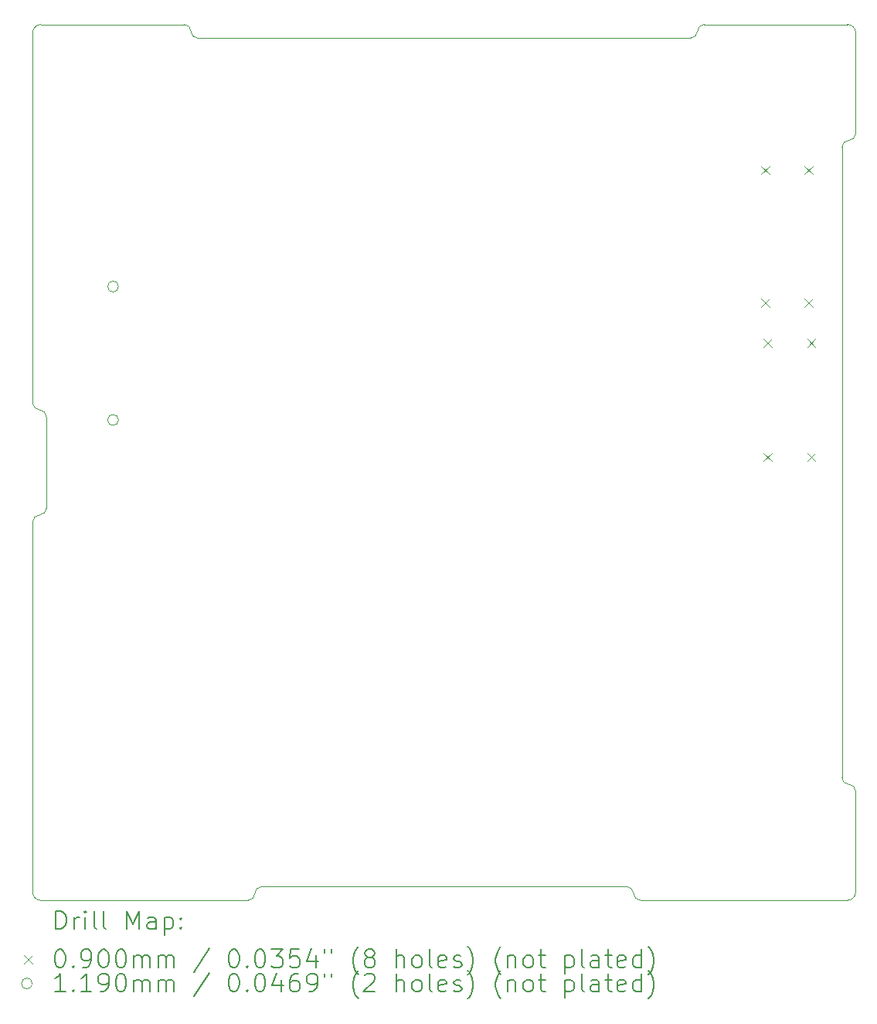
<source format=gbr>
%TF.GenerationSoftware,KiCad,Pcbnew,6.0.7-f9a2dced07~116~ubuntu20.04.1*%
%TF.CreationDate,2022-10-11T04:26:58+03:00*%
%TF.ProjectId,obc-adcs-board,6f62632d-6164-4637-932d-626f6172642e,rev?*%
%TF.SameCoordinates,PX3e2df80PY83e4a60*%
%TF.FileFunction,Drillmap*%
%TF.FilePolarity,Positive*%
%FSLAX45Y45*%
G04 Gerber Fmt 4.5, Leading zero omitted, Abs format (unit mm)*
G04 Created by KiCad (PCBNEW 6.0.7-f9a2dced07~116~ubuntu20.04.1) date 2022-10-11 04:26:58*
%MOMM*%
%LPD*%
G01*
G04 APERTURE LIST*
%ADD10C,0.100000*%
%ADD11C,0.200000*%
%ADD12C,0.090000*%
%ADD13C,0.119000*%
G04 APERTURE END LIST*
D10*
X160000Y4306500D02*
X160000Y5306500D01*
X6668500Y12000D02*
X8937000Y12000D01*
X85000Y4231500D02*
G75*
G03*
X10000Y4156500I0J-75000D01*
G01*
X6593500Y87000D02*
G75*
G03*
X6518500Y162000I-75000J0D01*
G01*
X7218500Y9451000D02*
G75*
G03*
X7293500Y9526000I0J75000D01*
G01*
X9027000Y1206500D02*
X9027000Y102000D01*
X85000Y4231500D02*
G75*
G03*
X160000Y4306500I0J75000D01*
G01*
X2518500Y162000D02*
G75*
G03*
X2443500Y87000I0J-75000D01*
G01*
X1818500Y9451000D02*
X7218500Y9451000D01*
X10000Y4156500D02*
X10000Y101000D01*
X7368500Y9601000D02*
G75*
G03*
X7293500Y9526000I0J-75000D01*
G01*
X100000Y9601000D02*
G75*
G03*
X10000Y9511000I0J-90000D01*
G01*
X10000Y101000D02*
G75*
G03*
X100000Y11000I90000J0D01*
G01*
X8877000Y1356500D02*
X8877000Y8256500D01*
X9027000Y1206500D02*
G75*
G03*
X8952000Y1281500I-75000J0D01*
G01*
X8952000Y8331500D02*
G75*
G03*
X8877000Y8256500I0J-75000D01*
G01*
X8877000Y1356500D02*
G75*
G03*
X8952000Y1281500I75000J0D01*
G01*
X2518500Y162000D02*
X6518500Y162000D01*
X7368500Y9601000D02*
X8937000Y9601000D01*
X8952000Y8331500D02*
G75*
G03*
X9027000Y8406500I0J75000D01*
G01*
X8937000Y12000D02*
G75*
G03*
X9027000Y102000I0J90000D01*
G01*
X160000Y5306500D02*
G75*
G03*
X85000Y5381500I-75000J0D01*
G01*
X2368500Y12000D02*
G75*
G03*
X2443500Y87000I0J75000D01*
G01*
X9027000Y9511000D02*
G75*
G03*
X8937000Y9601000I-90000J0D01*
G01*
X1743500Y9526000D02*
G75*
G03*
X1818500Y9451000I75000J0D01*
G01*
X10000Y5456500D02*
G75*
G03*
X85000Y5381500I75000J0D01*
G01*
X100000Y9601000D02*
X1668500Y9601000D01*
X9027000Y9511000D02*
X9027000Y8406500D01*
X10000Y9511000D02*
X10000Y5456500D01*
X1743500Y9526000D02*
G75*
G03*
X1668500Y9601000I-75000J0D01*
G01*
X2368500Y12000D02*
X100000Y11000D01*
X6593500Y87000D02*
G75*
G03*
X6668500Y12000I75000J0D01*
G01*
D11*
D12*
X7990000Y8050000D02*
X8080000Y7960000D01*
X8080000Y8050000D02*
X7990000Y7960000D01*
X7990000Y6600000D02*
X8080000Y6510000D01*
X8080000Y6600000D02*
X7990000Y6510000D01*
X8020000Y6160000D02*
X8110000Y6070000D01*
X8110000Y6160000D02*
X8020000Y6070000D01*
X8020000Y4910000D02*
X8110000Y4820000D01*
X8110000Y4910000D02*
X8020000Y4820000D01*
X8465000Y8050000D02*
X8555000Y7960000D01*
X8555000Y8050000D02*
X8465000Y7960000D01*
X8465000Y6600000D02*
X8555000Y6510000D01*
X8555000Y6600000D02*
X8465000Y6510000D01*
X8495000Y6160000D02*
X8585000Y6070000D01*
X8585000Y6160000D02*
X8495000Y6070000D01*
X8495000Y4910000D02*
X8585000Y4820000D01*
X8585000Y4910000D02*
X8495000Y4820000D01*
D13*
X949500Y6731750D02*
G75*
G03*
X949500Y6731750I-59500J0D01*
G01*
X949500Y5270750D02*
G75*
G03*
X949500Y5270750I-59500J0D01*
G01*
D11*
X262619Y-304476D02*
X262619Y-104476D01*
X310238Y-104476D01*
X338810Y-114000D01*
X357857Y-133048D01*
X367381Y-152095D01*
X376905Y-190190D01*
X376905Y-218762D01*
X367381Y-256857D01*
X357857Y-275905D01*
X338810Y-294952D01*
X310238Y-304476D01*
X262619Y-304476D01*
X462619Y-304476D02*
X462619Y-171143D01*
X462619Y-209238D02*
X472143Y-190190D01*
X481667Y-180667D01*
X500714Y-171143D01*
X519762Y-171143D01*
X586429Y-304476D02*
X586429Y-171143D01*
X586429Y-104476D02*
X576905Y-114000D01*
X586429Y-123524D01*
X595952Y-114000D01*
X586429Y-104476D01*
X586429Y-123524D01*
X710238Y-304476D02*
X691190Y-294952D01*
X681667Y-275905D01*
X681667Y-104476D01*
X815000Y-304476D02*
X795952Y-294952D01*
X786428Y-275905D01*
X786428Y-104476D01*
X1043571Y-304476D02*
X1043571Y-104476D01*
X1110238Y-247333D01*
X1176905Y-104476D01*
X1176905Y-304476D01*
X1357857Y-304476D02*
X1357857Y-199714D01*
X1348333Y-180667D01*
X1329286Y-171143D01*
X1291190Y-171143D01*
X1272143Y-180667D01*
X1357857Y-294952D02*
X1338810Y-304476D01*
X1291190Y-304476D01*
X1272143Y-294952D01*
X1262619Y-275905D01*
X1262619Y-256857D01*
X1272143Y-237809D01*
X1291190Y-228286D01*
X1338810Y-228286D01*
X1357857Y-218762D01*
X1453095Y-171143D02*
X1453095Y-371143D01*
X1453095Y-180667D02*
X1472143Y-171143D01*
X1510238Y-171143D01*
X1529286Y-180667D01*
X1538809Y-190190D01*
X1548333Y-209238D01*
X1548333Y-266381D01*
X1538809Y-285429D01*
X1529286Y-294952D01*
X1510238Y-304476D01*
X1472143Y-304476D01*
X1453095Y-294952D01*
X1634048Y-285429D02*
X1643571Y-294952D01*
X1634048Y-304476D01*
X1624524Y-294952D01*
X1634048Y-285429D01*
X1634048Y-304476D01*
X1634048Y-180667D02*
X1643571Y-190190D01*
X1634048Y-199714D01*
X1624524Y-190190D01*
X1634048Y-180667D01*
X1634048Y-199714D01*
D12*
X-85000Y-589000D02*
X5000Y-679000D01*
X5000Y-589000D02*
X-85000Y-679000D01*
D11*
X300714Y-524476D02*
X319762Y-524476D01*
X338810Y-534000D01*
X348333Y-543524D01*
X357857Y-562571D01*
X367381Y-600667D01*
X367381Y-648286D01*
X357857Y-686381D01*
X348333Y-705428D01*
X338810Y-714952D01*
X319762Y-724476D01*
X300714Y-724476D01*
X281667Y-714952D01*
X272143Y-705428D01*
X262619Y-686381D01*
X253095Y-648286D01*
X253095Y-600667D01*
X262619Y-562571D01*
X272143Y-543524D01*
X281667Y-534000D01*
X300714Y-524476D01*
X453095Y-705428D02*
X462619Y-714952D01*
X453095Y-724476D01*
X443571Y-714952D01*
X453095Y-705428D01*
X453095Y-724476D01*
X557857Y-724476D02*
X595952Y-724476D01*
X615000Y-714952D01*
X624524Y-705428D01*
X643571Y-676857D01*
X653095Y-638762D01*
X653095Y-562571D01*
X643571Y-543524D01*
X634048Y-534000D01*
X615000Y-524476D01*
X576905Y-524476D01*
X557857Y-534000D01*
X548333Y-543524D01*
X538810Y-562571D01*
X538810Y-610190D01*
X548333Y-629238D01*
X557857Y-638762D01*
X576905Y-648286D01*
X615000Y-648286D01*
X634048Y-638762D01*
X643571Y-629238D01*
X653095Y-610190D01*
X776905Y-524476D02*
X795952Y-524476D01*
X815000Y-534000D01*
X824524Y-543524D01*
X834048Y-562571D01*
X843571Y-600667D01*
X843571Y-648286D01*
X834048Y-686381D01*
X824524Y-705428D01*
X815000Y-714952D01*
X795952Y-724476D01*
X776905Y-724476D01*
X757857Y-714952D01*
X748333Y-705428D01*
X738809Y-686381D01*
X729286Y-648286D01*
X729286Y-600667D01*
X738809Y-562571D01*
X748333Y-543524D01*
X757857Y-534000D01*
X776905Y-524476D01*
X967381Y-524476D02*
X986428Y-524476D01*
X1005476Y-534000D01*
X1015000Y-543524D01*
X1024524Y-562571D01*
X1034048Y-600667D01*
X1034048Y-648286D01*
X1024524Y-686381D01*
X1015000Y-705428D01*
X1005476Y-714952D01*
X986428Y-724476D01*
X967381Y-724476D01*
X948333Y-714952D01*
X938809Y-705428D01*
X929286Y-686381D01*
X919762Y-648286D01*
X919762Y-600667D01*
X929286Y-562571D01*
X938809Y-543524D01*
X948333Y-534000D01*
X967381Y-524476D01*
X1119762Y-724476D02*
X1119762Y-591143D01*
X1119762Y-610190D02*
X1129286Y-600667D01*
X1148333Y-591143D01*
X1176905Y-591143D01*
X1195952Y-600667D01*
X1205476Y-619714D01*
X1205476Y-724476D01*
X1205476Y-619714D02*
X1215000Y-600667D01*
X1234048Y-591143D01*
X1262619Y-591143D01*
X1281667Y-600667D01*
X1291190Y-619714D01*
X1291190Y-724476D01*
X1386429Y-724476D02*
X1386429Y-591143D01*
X1386429Y-610190D02*
X1395952Y-600667D01*
X1415000Y-591143D01*
X1443571Y-591143D01*
X1462619Y-600667D01*
X1472143Y-619714D01*
X1472143Y-724476D01*
X1472143Y-619714D02*
X1481667Y-600667D01*
X1500714Y-591143D01*
X1529286Y-591143D01*
X1548333Y-600667D01*
X1557857Y-619714D01*
X1557857Y-724476D01*
X1948333Y-514952D02*
X1776905Y-772095D01*
X2205476Y-524476D02*
X2224524Y-524476D01*
X2243571Y-534000D01*
X2253095Y-543524D01*
X2262619Y-562571D01*
X2272143Y-600667D01*
X2272143Y-648286D01*
X2262619Y-686381D01*
X2253095Y-705428D01*
X2243571Y-714952D01*
X2224524Y-724476D01*
X2205476Y-724476D01*
X2186429Y-714952D01*
X2176905Y-705428D01*
X2167381Y-686381D01*
X2157857Y-648286D01*
X2157857Y-600667D01*
X2167381Y-562571D01*
X2176905Y-543524D01*
X2186429Y-534000D01*
X2205476Y-524476D01*
X2357857Y-705428D02*
X2367381Y-714952D01*
X2357857Y-724476D01*
X2348333Y-714952D01*
X2357857Y-705428D01*
X2357857Y-724476D01*
X2491190Y-524476D02*
X2510238Y-524476D01*
X2529286Y-534000D01*
X2538810Y-543524D01*
X2548333Y-562571D01*
X2557857Y-600667D01*
X2557857Y-648286D01*
X2548333Y-686381D01*
X2538810Y-705428D01*
X2529286Y-714952D01*
X2510238Y-724476D01*
X2491190Y-724476D01*
X2472143Y-714952D01*
X2462619Y-705428D01*
X2453095Y-686381D01*
X2443571Y-648286D01*
X2443571Y-600667D01*
X2453095Y-562571D01*
X2462619Y-543524D01*
X2472143Y-534000D01*
X2491190Y-524476D01*
X2624524Y-524476D02*
X2748333Y-524476D01*
X2681667Y-600667D01*
X2710238Y-600667D01*
X2729286Y-610190D01*
X2738810Y-619714D01*
X2748333Y-638762D01*
X2748333Y-686381D01*
X2738810Y-705428D01*
X2729286Y-714952D01*
X2710238Y-724476D01*
X2653095Y-724476D01*
X2634048Y-714952D01*
X2624524Y-705428D01*
X2929286Y-524476D02*
X2834048Y-524476D01*
X2824524Y-619714D01*
X2834048Y-610190D01*
X2853095Y-600667D01*
X2900714Y-600667D01*
X2919762Y-610190D01*
X2929286Y-619714D01*
X2938809Y-638762D01*
X2938809Y-686381D01*
X2929286Y-705428D01*
X2919762Y-714952D01*
X2900714Y-724476D01*
X2853095Y-724476D01*
X2834048Y-714952D01*
X2824524Y-705428D01*
X3110238Y-591143D02*
X3110238Y-724476D01*
X3062619Y-514952D02*
X3015000Y-657810D01*
X3138809Y-657810D01*
X3205476Y-524476D02*
X3205476Y-562571D01*
X3281667Y-524476D02*
X3281667Y-562571D01*
X3576905Y-800667D02*
X3567381Y-791143D01*
X3548333Y-762571D01*
X3538809Y-743524D01*
X3529286Y-714952D01*
X3519762Y-667333D01*
X3519762Y-629238D01*
X3529286Y-581619D01*
X3538809Y-553048D01*
X3548333Y-534000D01*
X3567381Y-505428D01*
X3576905Y-495905D01*
X3681667Y-610190D02*
X3662619Y-600667D01*
X3653095Y-591143D01*
X3643571Y-572095D01*
X3643571Y-562571D01*
X3653095Y-543524D01*
X3662619Y-534000D01*
X3681667Y-524476D01*
X3719762Y-524476D01*
X3738809Y-534000D01*
X3748333Y-543524D01*
X3757857Y-562571D01*
X3757857Y-572095D01*
X3748333Y-591143D01*
X3738809Y-600667D01*
X3719762Y-610190D01*
X3681667Y-610190D01*
X3662619Y-619714D01*
X3653095Y-629238D01*
X3643571Y-648286D01*
X3643571Y-686381D01*
X3653095Y-705428D01*
X3662619Y-714952D01*
X3681667Y-724476D01*
X3719762Y-724476D01*
X3738809Y-714952D01*
X3748333Y-705428D01*
X3757857Y-686381D01*
X3757857Y-648286D01*
X3748333Y-629238D01*
X3738809Y-619714D01*
X3719762Y-610190D01*
X3995952Y-724476D02*
X3995952Y-524476D01*
X4081667Y-724476D02*
X4081667Y-619714D01*
X4072143Y-600667D01*
X4053095Y-591143D01*
X4024524Y-591143D01*
X4005476Y-600667D01*
X3995952Y-610190D01*
X4205476Y-724476D02*
X4186428Y-714952D01*
X4176905Y-705428D01*
X4167381Y-686381D01*
X4167381Y-629238D01*
X4176905Y-610190D01*
X4186428Y-600667D01*
X4205476Y-591143D01*
X4234048Y-591143D01*
X4253095Y-600667D01*
X4262619Y-610190D01*
X4272143Y-629238D01*
X4272143Y-686381D01*
X4262619Y-705428D01*
X4253095Y-714952D01*
X4234048Y-724476D01*
X4205476Y-724476D01*
X4386429Y-724476D02*
X4367381Y-714952D01*
X4357857Y-695905D01*
X4357857Y-524476D01*
X4538810Y-714952D02*
X4519762Y-724476D01*
X4481667Y-724476D01*
X4462619Y-714952D01*
X4453095Y-695905D01*
X4453095Y-619714D01*
X4462619Y-600667D01*
X4481667Y-591143D01*
X4519762Y-591143D01*
X4538810Y-600667D01*
X4548333Y-619714D01*
X4548333Y-638762D01*
X4453095Y-657810D01*
X4624524Y-714952D02*
X4643571Y-724476D01*
X4681667Y-724476D01*
X4700714Y-714952D01*
X4710238Y-695905D01*
X4710238Y-686381D01*
X4700714Y-667333D01*
X4681667Y-657810D01*
X4653095Y-657810D01*
X4634048Y-648286D01*
X4624524Y-629238D01*
X4624524Y-619714D01*
X4634048Y-600667D01*
X4653095Y-591143D01*
X4681667Y-591143D01*
X4700714Y-600667D01*
X4776905Y-800667D02*
X4786429Y-791143D01*
X4805476Y-762571D01*
X4815000Y-743524D01*
X4824524Y-714952D01*
X4834048Y-667333D01*
X4834048Y-629238D01*
X4824524Y-581619D01*
X4815000Y-553048D01*
X4805476Y-534000D01*
X4786429Y-505428D01*
X4776905Y-495905D01*
X5138810Y-800667D02*
X5129286Y-791143D01*
X5110238Y-762571D01*
X5100714Y-743524D01*
X5091190Y-714952D01*
X5081667Y-667333D01*
X5081667Y-629238D01*
X5091190Y-581619D01*
X5100714Y-553048D01*
X5110238Y-534000D01*
X5129286Y-505428D01*
X5138810Y-495905D01*
X5215000Y-591143D02*
X5215000Y-724476D01*
X5215000Y-610190D02*
X5224524Y-600667D01*
X5243571Y-591143D01*
X5272143Y-591143D01*
X5291190Y-600667D01*
X5300714Y-619714D01*
X5300714Y-724476D01*
X5424524Y-724476D02*
X5405476Y-714952D01*
X5395952Y-705428D01*
X5386429Y-686381D01*
X5386429Y-629238D01*
X5395952Y-610190D01*
X5405476Y-600667D01*
X5424524Y-591143D01*
X5453095Y-591143D01*
X5472143Y-600667D01*
X5481667Y-610190D01*
X5491190Y-629238D01*
X5491190Y-686381D01*
X5481667Y-705428D01*
X5472143Y-714952D01*
X5453095Y-724476D01*
X5424524Y-724476D01*
X5548333Y-591143D02*
X5624524Y-591143D01*
X5576905Y-524476D02*
X5576905Y-695905D01*
X5586429Y-714952D01*
X5605476Y-724476D01*
X5624524Y-724476D01*
X5843571Y-591143D02*
X5843571Y-791143D01*
X5843571Y-600667D02*
X5862619Y-591143D01*
X5900714Y-591143D01*
X5919762Y-600667D01*
X5929286Y-610190D01*
X5938809Y-629238D01*
X5938809Y-686381D01*
X5929286Y-705428D01*
X5919762Y-714952D01*
X5900714Y-724476D01*
X5862619Y-724476D01*
X5843571Y-714952D01*
X6053095Y-724476D02*
X6034048Y-714952D01*
X6024524Y-695905D01*
X6024524Y-524476D01*
X6215000Y-724476D02*
X6215000Y-619714D01*
X6205476Y-600667D01*
X6186428Y-591143D01*
X6148333Y-591143D01*
X6129286Y-600667D01*
X6215000Y-714952D02*
X6195952Y-724476D01*
X6148333Y-724476D01*
X6129286Y-714952D01*
X6119762Y-695905D01*
X6119762Y-676857D01*
X6129286Y-657810D01*
X6148333Y-648286D01*
X6195952Y-648286D01*
X6215000Y-638762D01*
X6281667Y-591143D02*
X6357857Y-591143D01*
X6310238Y-524476D02*
X6310238Y-695905D01*
X6319762Y-714952D01*
X6338809Y-724476D01*
X6357857Y-724476D01*
X6500714Y-714952D02*
X6481667Y-724476D01*
X6443571Y-724476D01*
X6424524Y-714952D01*
X6415000Y-695905D01*
X6415000Y-619714D01*
X6424524Y-600667D01*
X6443571Y-591143D01*
X6481667Y-591143D01*
X6500714Y-600667D01*
X6510238Y-619714D01*
X6510238Y-638762D01*
X6415000Y-657810D01*
X6681667Y-724476D02*
X6681667Y-524476D01*
X6681667Y-714952D02*
X6662619Y-724476D01*
X6624524Y-724476D01*
X6605476Y-714952D01*
X6595952Y-705428D01*
X6586428Y-686381D01*
X6586428Y-629238D01*
X6595952Y-610190D01*
X6605476Y-600667D01*
X6624524Y-591143D01*
X6662619Y-591143D01*
X6681667Y-600667D01*
X6757857Y-800667D02*
X6767381Y-791143D01*
X6786428Y-762571D01*
X6795952Y-743524D01*
X6805476Y-714952D01*
X6815000Y-667333D01*
X6815000Y-629238D01*
X6805476Y-581619D01*
X6795952Y-553048D01*
X6786428Y-534000D01*
X6767381Y-505428D01*
X6757857Y-495905D01*
D13*
X5000Y-898000D02*
G75*
G03*
X5000Y-898000I-59500J0D01*
G01*
D11*
X367381Y-988476D02*
X253095Y-988476D01*
X310238Y-988476D02*
X310238Y-788476D01*
X291190Y-817048D01*
X272143Y-836095D01*
X253095Y-845619D01*
X453095Y-969428D02*
X462619Y-978952D01*
X453095Y-988476D01*
X443571Y-978952D01*
X453095Y-969428D01*
X453095Y-988476D01*
X653095Y-988476D02*
X538810Y-988476D01*
X595952Y-988476D02*
X595952Y-788476D01*
X576905Y-817048D01*
X557857Y-836095D01*
X538810Y-845619D01*
X748333Y-988476D02*
X786428Y-988476D01*
X805476Y-978952D01*
X815000Y-969428D01*
X834048Y-940857D01*
X843571Y-902762D01*
X843571Y-826571D01*
X834048Y-807524D01*
X824524Y-798000D01*
X805476Y-788476D01*
X767381Y-788476D01*
X748333Y-798000D01*
X738809Y-807524D01*
X729286Y-826571D01*
X729286Y-874190D01*
X738809Y-893238D01*
X748333Y-902762D01*
X767381Y-912286D01*
X805476Y-912286D01*
X824524Y-902762D01*
X834048Y-893238D01*
X843571Y-874190D01*
X967381Y-788476D02*
X986428Y-788476D01*
X1005476Y-798000D01*
X1015000Y-807524D01*
X1024524Y-826571D01*
X1034048Y-864667D01*
X1034048Y-912286D01*
X1024524Y-950381D01*
X1015000Y-969428D01*
X1005476Y-978952D01*
X986428Y-988476D01*
X967381Y-988476D01*
X948333Y-978952D01*
X938809Y-969428D01*
X929286Y-950381D01*
X919762Y-912286D01*
X919762Y-864667D01*
X929286Y-826571D01*
X938809Y-807524D01*
X948333Y-798000D01*
X967381Y-788476D01*
X1119762Y-988476D02*
X1119762Y-855143D01*
X1119762Y-874190D02*
X1129286Y-864667D01*
X1148333Y-855143D01*
X1176905Y-855143D01*
X1195952Y-864667D01*
X1205476Y-883714D01*
X1205476Y-988476D01*
X1205476Y-883714D02*
X1215000Y-864667D01*
X1234048Y-855143D01*
X1262619Y-855143D01*
X1281667Y-864667D01*
X1291190Y-883714D01*
X1291190Y-988476D01*
X1386429Y-988476D02*
X1386429Y-855143D01*
X1386429Y-874190D02*
X1395952Y-864667D01*
X1415000Y-855143D01*
X1443571Y-855143D01*
X1462619Y-864667D01*
X1472143Y-883714D01*
X1472143Y-988476D01*
X1472143Y-883714D02*
X1481667Y-864667D01*
X1500714Y-855143D01*
X1529286Y-855143D01*
X1548333Y-864667D01*
X1557857Y-883714D01*
X1557857Y-988476D01*
X1948333Y-778952D02*
X1776905Y-1036095D01*
X2205476Y-788476D02*
X2224524Y-788476D01*
X2243571Y-798000D01*
X2253095Y-807524D01*
X2262619Y-826571D01*
X2272143Y-864667D01*
X2272143Y-912286D01*
X2262619Y-950381D01*
X2253095Y-969428D01*
X2243571Y-978952D01*
X2224524Y-988476D01*
X2205476Y-988476D01*
X2186429Y-978952D01*
X2176905Y-969428D01*
X2167381Y-950381D01*
X2157857Y-912286D01*
X2157857Y-864667D01*
X2167381Y-826571D01*
X2176905Y-807524D01*
X2186429Y-798000D01*
X2205476Y-788476D01*
X2357857Y-969428D02*
X2367381Y-978952D01*
X2357857Y-988476D01*
X2348333Y-978952D01*
X2357857Y-969428D01*
X2357857Y-988476D01*
X2491190Y-788476D02*
X2510238Y-788476D01*
X2529286Y-798000D01*
X2538810Y-807524D01*
X2548333Y-826571D01*
X2557857Y-864667D01*
X2557857Y-912286D01*
X2548333Y-950381D01*
X2538810Y-969428D01*
X2529286Y-978952D01*
X2510238Y-988476D01*
X2491190Y-988476D01*
X2472143Y-978952D01*
X2462619Y-969428D01*
X2453095Y-950381D01*
X2443571Y-912286D01*
X2443571Y-864667D01*
X2453095Y-826571D01*
X2462619Y-807524D01*
X2472143Y-798000D01*
X2491190Y-788476D01*
X2729286Y-855143D02*
X2729286Y-988476D01*
X2681667Y-778952D02*
X2634048Y-921809D01*
X2757857Y-921809D01*
X2919762Y-788476D02*
X2881667Y-788476D01*
X2862619Y-798000D01*
X2853095Y-807524D01*
X2834048Y-836095D01*
X2824524Y-874190D01*
X2824524Y-950381D01*
X2834048Y-969428D01*
X2843571Y-978952D01*
X2862619Y-988476D01*
X2900714Y-988476D01*
X2919762Y-978952D01*
X2929286Y-969428D01*
X2938809Y-950381D01*
X2938809Y-902762D01*
X2929286Y-883714D01*
X2919762Y-874190D01*
X2900714Y-864667D01*
X2862619Y-864667D01*
X2843571Y-874190D01*
X2834048Y-883714D01*
X2824524Y-902762D01*
X3034048Y-988476D02*
X3072143Y-988476D01*
X3091190Y-978952D01*
X3100714Y-969428D01*
X3119762Y-940857D01*
X3129286Y-902762D01*
X3129286Y-826571D01*
X3119762Y-807524D01*
X3110238Y-798000D01*
X3091190Y-788476D01*
X3053095Y-788476D01*
X3034048Y-798000D01*
X3024524Y-807524D01*
X3015000Y-826571D01*
X3015000Y-874190D01*
X3024524Y-893238D01*
X3034048Y-902762D01*
X3053095Y-912286D01*
X3091190Y-912286D01*
X3110238Y-902762D01*
X3119762Y-893238D01*
X3129286Y-874190D01*
X3205476Y-788476D02*
X3205476Y-826571D01*
X3281667Y-788476D02*
X3281667Y-826571D01*
X3576905Y-1064667D02*
X3567381Y-1055143D01*
X3548333Y-1026571D01*
X3538809Y-1007524D01*
X3529286Y-978952D01*
X3519762Y-931333D01*
X3519762Y-893238D01*
X3529286Y-845619D01*
X3538809Y-817048D01*
X3548333Y-798000D01*
X3567381Y-769428D01*
X3576905Y-759905D01*
X3643571Y-807524D02*
X3653095Y-798000D01*
X3672143Y-788476D01*
X3719762Y-788476D01*
X3738809Y-798000D01*
X3748333Y-807524D01*
X3757857Y-826571D01*
X3757857Y-845619D01*
X3748333Y-874190D01*
X3634048Y-988476D01*
X3757857Y-988476D01*
X3995952Y-988476D02*
X3995952Y-788476D01*
X4081667Y-988476D02*
X4081667Y-883714D01*
X4072143Y-864667D01*
X4053095Y-855143D01*
X4024524Y-855143D01*
X4005476Y-864667D01*
X3995952Y-874190D01*
X4205476Y-988476D02*
X4186428Y-978952D01*
X4176905Y-969428D01*
X4167381Y-950381D01*
X4167381Y-893238D01*
X4176905Y-874190D01*
X4186428Y-864667D01*
X4205476Y-855143D01*
X4234048Y-855143D01*
X4253095Y-864667D01*
X4262619Y-874190D01*
X4272143Y-893238D01*
X4272143Y-950381D01*
X4262619Y-969428D01*
X4253095Y-978952D01*
X4234048Y-988476D01*
X4205476Y-988476D01*
X4386429Y-988476D02*
X4367381Y-978952D01*
X4357857Y-959905D01*
X4357857Y-788476D01*
X4538810Y-978952D02*
X4519762Y-988476D01*
X4481667Y-988476D01*
X4462619Y-978952D01*
X4453095Y-959905D01*
X4453095Y-883714D01*
X4462619Y-864667D01*
X4481667Y-855143D01*
X4519762Y-855143D01*
X4538810Y-864667D01*
X4548333Y-883714D01*
X4548333Y-902762D01*
X4453095Y-921809D01*
X4624524Y-978952D02*
X4643571Y-988476D01*
X4681667Y-988476D01*
X4700714Y-978952D01*
X4710238Y-959905D01*
X4710238Y-950381D01*
X4700714Y-931333D01*
X4681667Y-921809D01*
X4653095Y-921809D01*
X4634048Y-912286D01*
X4624524Y-893238D01*
X4624524Y-883714D01*
X4634048Y-864667D01*
X4653095Y-855143D01*
X4681667Y-855143D01*
X4700714Y-864667D01*
X4776905Y-1064667D02*
X4786429Y-1055143D01*
X4805476Y-1026571D01*
X4815000Y-1007524D01*
X4824524Y-978952D01*
X4834048Y-931333D01*
X4834048Y-893238D01*
X4824524Y-845619D01*
X4815000Y-817048D01*
X4805476Y-798000D01*
X4786429Y-769428D01*
X4776905Y-759905D01*
X5138810Y-1064667D02*
X5129286Y-1055143D01*
X5110238Y-1026571D01*
X5100714Y-1007524D01*
X5091190Y-978952D01*
X5081667Y-931333D01*
X5081667Y-893238D01*
X5091190Y-845619D01*
X5100714Y-817048D01*
X5110238Y-798000D01*
X5129286Y-769428D01*
X5138810Y-759905D01*
X5215000Y-855143D02*
X5215000Y-988476D01*
X5215000Y-874190D02*
X5224524Y-864667D01*
X5243571Y-855143D01*
X5272143Y-855143D01*
X5291190Y-864667D01*
X5300714Y-883714D01*
X5300714Y-988476D01*
X5424524Y-988476D02*
X5405476Y-978952D01*
X5395952Y-969428D01*
X5386429Y-950381D01*
X5386429Y-893238D01*
X5395952Y-874190D01*
X5405476Y-864667D01*
X5424524Y-855143D01*
X5453095Y-855143D01*
X5472143Y-864667D01*
X5481667Y-874190D01*
X5491190Y-893238D01*
X5491190Y-950381D01*
X5481667Y-969428D01*
X5472143Y-978952D01*
X5453095Y-988476D01*
X5424524Y-988476D01*
X5548333Y-855143D02*
X5624524Y-855143D01*
X5576905Y-788476D02*
X5576905Y-959905D01*
X5586429Y-978952D01*
X5605476Y-988476D01*
X5624524Y-988476D01*
X5843571Y-855143D02*
X5843571Y-1055143D01*
X5843571Y-864667D02*
X5862619Y-855143D01*
X5900714Y-855143D01*
X5919762Y-864667D01*
X5929286Y-874190D01*
X5938809Y-893238D01*
X5938809Y-950381D01*
X5929286Y-969428D01*
X5919762Y-978952D01*
X5900714Y-988476D01*
X5862619Y-988476D01*
X5843571Y-978952D01*
X6053095Y-988476D02*
X6034048Y-978952D01*
X6024524Y-959905D01*
X6024524Y-788476D01*
X6215000Y-988476D02*
X6215000Y-883714D01*
X6205476Y-864667D01*
X6186428Y-855143D01*
X6148333Y-855143D01*
X6129286Y-864667D01*
X6215000Y-978952D02*
X6195952Y-988476D01*
X6148333Y-988476D01*
X6129286Y-978952D01*
X6119762Y-959905D01*
X6119762Y-940857D01*
X6129286Y-921809D01*
X6148333Y-912286D01*
X6195952Y-912286D01*
X6215000Y-902762D01*
X6281667Y-855143D02*
X6357857Y-855143D01*
X6310238Y-788476D02*
X6310238Y-959905D01*
X6319762Y-978952D01*
X6338809Y-988476D01*
X6357857Y-988476D01*
X6500714Y-978952D02*
X6481667Y-988476D01*
X6443571Y-988476D01*
X6424524Y-978952D01*
X6415000Y-959905D01*
X6415000Y-883714D01*
X6424524Y-864667D01*
X6443571Y-855143D01*
X6481667Y-855143D01*
X6500714Y-864667D01*
X6510238Y-883714D01*
X6510238Y-902762D01*
X6415000Y-921809D01*
X6681667Y-988476D02*
X6681667Y-788476D01*
X6681667Y-978952D02*
X6662619Y-988476D01*
X6624524Y-988476D01*
X6605476Y-978952D01*
X6595952Y-969428D01*
X6586428Y-950381D01*
X6586428Y-893238D01*
X6595952Y-874190D01*
X6605476Y-864667D01*
X6624524Y-855143D01*
X6662619Y-855143D01*
X6681667Y-864667D01*
X6757857Y-1064667D02*
X6767381Y-1055143D01*
X6786428Y-1026571D01*
X6795952Y-1007524D01*
X6805476Y-978952D01*
X6815000Y-931333D01*
X6815000Y-893238D01*
X6805476Y-845619D01*
X6795952Y-817048D01*
X6786428Y-798000D01*
X6767381Y-769428D01*
X6757857Y-759905D01*
M02*

</source>
